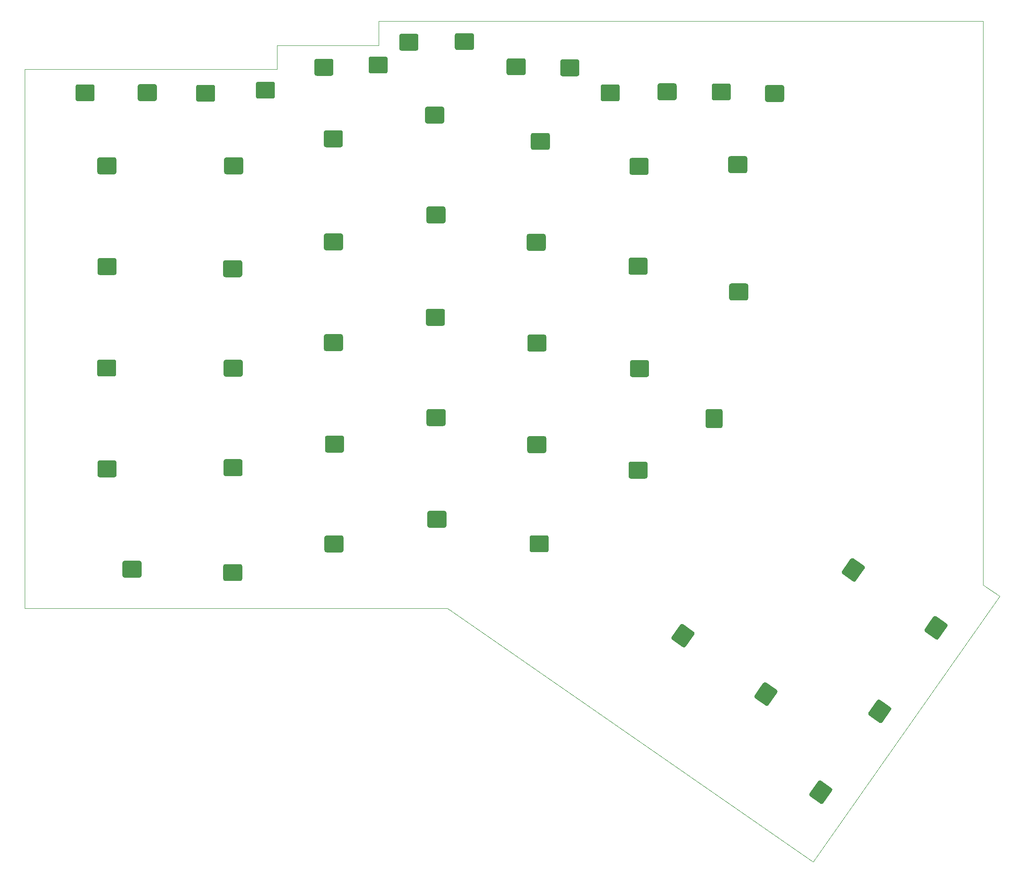
<source format=gbr>
%TF.GenerationSoftware,KiCad,Pcbnew,9.0.1*%
%TF.CreationDate,2025-07-25T21:26:32-04:00*%
%TF.ProjectId,splitboard left,73706c69-7462-46f6-9172-64206c656674,rev?*%
%TF.SameCoordinates,Original*%
%TF.FileFunction,Profile,NP*%
%FSLAX46Y46*%
G04 Gerber Fmt 4.6, Leading zero omitted, Abs format (unit mm)*
G04 Created by KiCad (PCBNEW 9.0.1) date 2025-07-25 21:26:32*
%MOMM*%
%LPD*%
G01*
G04 APERTURE LIST*
%TA.AperFunction,Profile*%
%ADD10C,0.050000*%
%TD*%
%TA.AperFunction,Profile*%
%ADD11C,0.000000*%
%TD*%
G04 APERTURE END LIST*
D10*
X100770000Y-21850000D02*
X123040000Y-21850000D01*
X81650000Y-26460000D02*
X100770000Y-26460000D01*
X34130000Y-132460000D02*
X113780000Y-132460000D01*
X123040000Y-21850000D02*
X214600000Y-21850000D01*
X182630000Y-180170000D02*
X217710000Y-130170000D01*
X35363000Y-30900000D02*
X34130000Y-30900000D01*
X217710000Y-130170000D02*
X214600000Y-127990000D01*
X35363000Y-30900000D02*
X81650000Y-30900000D01*
X214600000Y-21850000D02*
X214600000Y-127990000D01*
X34130000Y-30900000D02*
X34130000Y-132460000D01*
X100770000Y-26460000D02*
X100770000Y-21850000D01*
X113780000Y-132460000D02*
X182630000Y-180170000D01*
X81650000Y-30900000D02*
X81650000Y-26460000D01*
D11*
%TA.AperFunction,Profile*%
%TO.C,L50*%
G36*
X153700000Y-33560000D02*
G01*
X156500000Y-33560000D01*
X156506500Y-33560000D01*
G75*
G02*
X156900000Y-33959500I-6800J-400300D01*
G01*
X156900000Y-33960000D01*
X156900000Y-36360000D01*
G75*
G02*
X156500000Y-36760000I-400000J0D01*
G01*
X153700000Y-36760000D01*
G75*
G02*
X153300000Y-36360000I0J400000D01*
G01*
X153300000Y-33959500D01*
G75*
G02*
X153700000Y-33559500I400000J0D01*
G01*
X153700000Y-33560000D01*
G37*
%TD.AperFunction*%
%TA.AperFunction,Profile*%
%TO.C,L42*%
G36*
X78080000Y-33250000D02*
G01*
X80880000Y-33250000D01*
X80886500Y-33250000D01*
G75*
G02*
X81280000Y-33649500I-6800J-400300D01*
G01*
X81280000Y-33650000D01*
X81280000Y-36050000D01*
G75*
G02*
X80880000Y-36450000I-400000J0D01*
G01*
X78080000Y-36450000D01*
G75*
G02*
X77680000Y-36050000I0J400000D01*
G01*
X77680000Y-33649500D01*
G75*
G02*
X78080000Y-33249500I400000J0D01*
G01*
X78080000Y-33250000D01*
G37*
%TD.AperFunction*%
%TA.AperFunction,Profile*%
%TO.C,L52*%
G36*
X173940000Y-33870000D02*
G01*
X176740000Y-33870000D01*
X176746500Y-33870000D01*
G75*
G02*
X177140000Y-34269500I-6800J-400300D01*
G01*
X177140000Y-34270000D01*
X177140000Y-36670000D01*
G75*
G02*
X176740000Y-37070000I-400000J0D01*
G01*
X173940000Y-37070000D01*
G75*
G02*
X173540000Y-36670000I0J400000D01*
G01*
X173540000Y-34269500D01*
G75*
G02*
X173940000Y-33869500I400000J0D01*
G01*
X173940000Y-33870000D01*
G37*
%TD.AperFunction*%
%TA.AperFunction,Profile*%
%TO.C,L40*%
G36*
X55840000Y-33720000D02*
G01*
X58640000Y-33720000D01*
X58646500Y-33720000D01*
G75*
G02*
X59040000Y-34119500I-6800J-400300D01*
G01*
X59040000Y-34120000D01*
X59040000Y-36520000D01*
G75*
G02*
X58640000Y-36920000I-400000J0D01*
G01*
X55840000Y-36920000D01*
G75*
G02*
X55440000Y-36520000I0J400000D01*
G01*
X55440000Y-34119500D01*
G75*
G02*
X55840000Y-33719500I400000J0D01*
G01*
X55840000Y-33720000D01*
G37*
%TD.AperFunction*%
%TA.AperFunction,Profile*%
%TO.C,L39*%
G36*
X44130000Y-33750250D02*
G01*
X46930000Y-33750250D01*
X46936500Y-33750250D01*
G75*
G02*
X47330000Y-34149750I-6800J-400250D01*
G01*
X47330000Y-34150250D01*
X47330000Y-36550250D01*
G75*
G02*
X46930000Y-36950250I-400000J-50D01*
G01*
X44130000Y-36950250D01*
G75*
G02*
X43730000Y-36550250I0J399950D01*
G01*
X43730000Y-34149750D01*
G75*
G02*
X44130000Y-33749750I400000J50D01*
G01*
X44130000Y-33750250D01*
G37*
%TD.AperFunction*%
%TA.AperFunction,Profile*%
%TO.C,L43*%
G36*
X89090000Y-28940000D02*
G01*
X91890000Y-28940000D01*
X91896500Y-28940000D01*
G75*
G02*
X92290000Y-29339500I-6800J-400300D01*
G01*
X92290000Y-29340000D01*
X92290000Y-31740000D01*
G75*
G02*
X91890000Y-32140000I-400000J0D01*
G01*
X89090000Y-32140000D01*
G75*
G02*
X88690000Y-31740000I0J400000D01*
G01*
X88690000Y-29339500D01*
G75*
G02*
X89090000Y-28939500I400000J0D01*
G01*
X89090000Y-28940000D01*
G37*
%TD.AperFunction*%
%TA.AperFunction,Profile*%
%TO.C,L49*%
G36*
X143000000Y-33750250D02*
G01*
X145800000Y-33750250D01*
X145806500Y-33750250D01*
G75*
G02*
X146200000Y-34149750I-6800J-400250D01*
G01*
X146200000Y-34150250D01*
X146200000Y-36550250D01*
G75*
G02*
X145800000Y-36950250I-400000J-50D01*
G01*
X143000000Y-36950250D01*
G75*
G02*
X142600000Y-36550250I0J399950D01*
G01*
X142600000Y-34149750D01*
G75*
G02*
X143000000Y-33749750I400000J50D01*
G01*
X143000000Y-33750250D01*
G37*
%TD.AperFunction*%
%TA.AperFunction,Profile*%
%TO.C,L53*%
G36*
X163900000Y-33580000D02*
G01*
X166700000Y-33580000D01*
X166706500Y-33580000D01*
G75*
G02*
X167100000Y-33979500I-6800J-400300D01*
G01*
X167100000Y-33980000D01*
X167100000Y-36380000D01*
G75*
G02*
X166700000Y-36780000I-400000J0D01*
G01*
X163900000Y-36780000D01*
G75*
G02*
X163500000Y-36380000I0J400000D01*
G01*
X163500000Y-33979500D01*
G75*
G02*
X163900000Y-33579500I400000J0D01*
G01*
X163900000Y-33580000D01*
G37*
%TD.AperFunction*%
%TA.AperFunction,Profile*%
%TO.C,L48*%
G36*
X135380000Y-29030000D02*
G01*
X138180000Y-29030000D01*
X138186500Y-29030000D01*
G75*
G02*
X138580000Y-29429500I-6800J-400300D01*
G01*
X138580000Y-29430000D01*
X138580000Y-31830000D01*
G75*
G02*
X138180000Y-32230000I-400000J0D01*
G01*
X135380000Y-32230000D01*
G75*
G02*
X134980000Y-31830000I0J400000D01*
G01*
X134980000Y-29429500D01*
G75*
G02*
X135380000Y-29029500I400000J0D01*
G01*
X135380000Y-29030000D01*
G37*
%TD.AperFunction*%
%TA.AperFunction,Profile*%
%TO.C,L41*%
G36*
X66820000Y-33830000D02*
G01*
X69620000Y-33830000D01*
X69626500Y-33830000D01*
G75*
G02*
X70020000Y-34229500I-6800J-400300D01*
G01*
X70020000Y-34230000D01*
X70020000Y-36630000D01*
G75*
G02*
X69620000Y-37030000I-400000J0D01*
G01*
X66820000Y-37030000D01*
G75*
G02*
X66420000Y-36630000I0J400000D01*
G01*
X66420000Y-34229500D01*
G75*
G02*
X66820000Y-33829500I400000J0D01*
G01*
X66820000Y-33830000D01*
G37*
%TD.AperFunction*%
%TA.AperFunction,Profile*%
%TO.C,L46*%
G36*
X115540000Y-24100000D02*
G01*
X118340000Y-24100000D01*
X118346500Y-24100000D01*
G75*
G02*
X118740000Y-24499500I-6800J-400300D01*
G01*
X118740000Y-24500000D01*
X118740000Y-26900000D01*
G75*
G02*
X118340000Y-27300000I-400000J0D01*
G01*
X115540000Y-27300000D01*
G75*
G02*
X115140000Y-26900000I0J400000D01*
G01*
X115140000Y-24499500D01*
G75*
G02*
X115540000Y-24099500I400000J0D01*
G01*
X115540000Y-24100000D01*
G37*
%TD.AperFunction*%
%TA.AperFunction,Profile*%
%TO.C,L44*%
G36*
X99300000Y-28510000D02*
G01*
X102100000Y-28510000D01*
X102106500Y-28510000D01*
G75*
G02*
X102500000Y-28909500I-6800J-400300D01*
G01*
X102500000Y-28910000D01*
X102500000Y-31310000D01*
G75*
G02*
X102100000Y-31710000I-400000J0D01*
G01*
X99300000Y-31710000D01*
G75*
G02*
X98900000Y-31310000I0J400000D01*
G01*
X98900000Y-28909500D01*
G75*
G02*
X99300000Y-28509500I400000J0D01*
G01*
X99300000Y-28510000D01*
G37*
%TD.AperFunction*%
%TA.AperFunction,Profile*%
%TO.C,L47*%
G36*
X125290000Y-28840250D02*
G01*
X128090000Y-28840250D01*
X128096500Y-28840250D01*
G75*
G02*
X128490000Y-29239750I-6800J-400250D01*
G01*
X128490000Y-29240250D01*
X128490000Y-31640250D01*
G75*
G02*
X128090000Y-32040250I-400000J-50D01*
G01*
X125290000Y-32040250D01*
G75*
G02*
X124890000Y-31640250I0J399950D01*
G01*
X124890000Y-29239750D01*
G75*
G02*
X125290000Y-28839750I400000J50D01*
G01*
X125290000Y-28840250D01*
G37*
%TD.AperFunction*%
%TA.AperFunction,Profile*%
%TO.C,L45*%
G36*
X105090000Y-24220000D02*
G01*
X107890000Y-24220000D01*
X107896500Y-24220000D01*
G75*
G02*
X108290000Y-24619500I-6800J-400300D01*
G01*
X108290000Y-24620000D01*
X108290000Y-27020000D01*
G75*
G02*
X107890000Y-27420000I-400000J0D01*
G01*
X105090000Y-27420000D01*
G75*
G02*
X104690000Y-27020000I0J400000D01*
G01*
X104690000Y-24619500D01*
G75*
G02*
X105090000Y-24219500I400000J0D01*
G01*
X105090000Y-24220000D01*
G37*
%TD.AperFunction*%
%TA.AperFunction,Profile*%
%TO.C,L24*%
G36*
X113012500Y-94898750D02*
G01*
X113012500Y-94898750D01*
G75*
G02*
X113412500Y-95298750I0J-399950D01*
G01*
X113412500Y-97698750D01*
X113412500Y-97699250D01*
G75*
G02*
X113019000Y-98098750I-400300J750D01*
G01*
X113012500Y-98098750D01*
X110212500Y-98098750D01*
X110212500Y-98099250D01*
G75*
G02*
X109812500Y-97699250I0J399950D01*
G01*
X109812500Y-95298750D01*
G75*
G02*
X110212500Y-94898750I400000J50D01*
G01*
X113012500Y-94898750D01*
G37*
%TD.AperFunction*%
%TA.AperFunction,Profile*%
%TO.C,L3*%
G36*
X93662500Y-42398750D02*
G01*
X93662500Y-42398750D01*
G75*
G02*
X94062500Y-42798750I0J-399950D01*
G01*
X94062500Y-45198750D01*
X94062500Y-45199250D01*
G75*
G02*
X93669000Y-45598750I-400300J750D01*
G01*
X93662500Y-45598750D01*
X90862500Y-45598750D01*
X90862500Y-45599250D01*
G75*
G02*
X90462500Y-45199250I0J399950D01*
G01*
X90462500Y-42798750D01*
G75*
G02*
X90862500Y-42398750I400000J50D01*
G01*
X93662500Y-42398750D01*
G37*
%TD.AperFunction*%
%TA.AperFunction,Profile*%
%TO.C,L23*%
G36*
X131972500Y-99998750D02*
G01*
X131972500Y-99998750D01*
G75*
G02*
X132372500Y-100398750I0J-399950D01*
G01*
X132372500Y-102798750D01*
X132372500Y-102799250D01*
G75*
G02*
X131979000Y-103198750I-400300J750D01*
G01*
X131972500Y-103198750D01*
X129172500Y-103198750D01*
X129172500Y-103199250D01*
G75*
G02*
X128772500Y-102799250I0J399950D01*
G01*
X128772500Y-100398750D01*
G75*
G02*
X129172500Y-99998750I400000J50D01*
G01*
X131972500Y-99998750D01*
G37*
%TD.AperFunction*%
%TA.AperFunction,Profile*%
%TO.C,L17*%
G36*
X93687500Y-80798750D02*
G01*
X93687500Y-80798750D01*
G75*
G02*
X94087500Y-81198750I0J-399950D01*
G01*
X94087500Y-83598750D01*
X94087500Y-83599250D01*
G75*
G02*
X93694000Y-83998750I-400300J750D01*
G01*
X93687500Y-83998750D01*
X90887500Y-83998750D01*
X90887500Y-83999250D01*
G75*
G02*
X90487500Y-83599250I0J399950D01*
G01*
X90487500Y-81198750D01*
G75*
G02*
X90887500Y-80798750I400000J50D01*
G01*
X93687500Y-80798750D01*
G37*
%TD.AperFunction*%
%TA.AperFunction,Profile*%
%TO.C,L29*%
G36*
X74730000Y-124095000D02*
G01*
X74730000Y-124095000D01*
G75*
G02*
X75130000Y-124495000I0J-400000D01*
G01*
X75130000Y-126895000D01*
X75130000Y-126895500D01*
G75*
G02*
X74736500Y-127295000I-400300J800D01*
G01*
X74730000Y-127295000D01*
X71930000Y-127295000D01*
X71930000Y-127295500D01*
G75*
G02*
X71530000Y-126895500I0J400000D01*
G01*
X71530000Y-124495000D01*
G75*
G02*
X71930000Y-124095000I400000J0D01*
G01*
X74730000Y-124095000D01*
G37*
%TD.AperFunction*%
%TA.AperFunction,Profile*%
%TO.C,L27*%
G36*
X51062500Y-104548750D02*
G01*
X51062500Y-104548750D01*
G75*
G02*
X51462500Y-104948750I0J-399950D01*
G01*
X51462500Y-107348750D01*
X51462500Y-107349250D01*
G75*
G02*
X51069000Y-107748750I-400300J750D01*
G01*
X51062500Y-107748750D01*
X48262500Y-107748750D01*
X48262500Y-107749250D01*
G75*
G02*
X47862500Y-107349250I0J399950D01*
G01*
X47862500Y-104948750D01*
G75*
G02*
X48262500Y-104548750I400000J50D01*
G01*
X51062500Y-104548750D01*
G37*
%TD.AperFunction*%
%TA.AperFunction,Profile*%
%TO.C,L38*%
G36*
X189654864Y-123134215D02*
G01*
X189654864Y-123134215D01*
G75*
G02*
X190211955Y-123035985I327636J-229385D01*
G01*
X192177920Y-124412568D01*
X192178330Y-124412855D01*
G75*
G02*
X192279879Y-124964335I-230230J-327445D01*
G01*
X192276150Y-124969659D01*
X190670136Y-127263285D01*
X190670546Y-127263572D01*
G75*
G02*
X190113454Y-127361802I-327646J229472D01*
G01*
X188147080Y-125984932D01*
G75*
G02*
X188048850Y-125427841I229420J327632D01*
G01*
X189654864Y-123134215D01*
G37*
%TD.AperFunction*%
%TA.AperFunction,Profile*%
%TO.C,L33*%
G36*
X157579864Y-135509215D02*
G01*
X157579864Y-135509215D01*
G75*
G02*
X158136955Y-135410985I327636J-229385D01*
G01*
X160102920Y-136787568D01*
X160103330Y-136787855D01*
G75*
G02*
X160204879Y-137339335I-230230J-327445D01*
G01*
X160201150Y-137344659D01*
X158595136Y-139638285D01*
X158595546Y-139638572D01*
G75*
G02*
X158038454Y-139736802I-327646J229472D01*
G01*
X156072080Y-138359932D01*
G75*
G02*
X155973850Y-137802841I229420J327632D01*
G01*
X157579864Y-135509215D01*
G37*
%TD.AperFunction*%
%TA.AperFunction,Profile*%
%TO.C,L36*%
G36*
X194629864Y-149759215D02*
G01*
X194629864Y-149759215D01*
G75*
G02*
X195186955Y-149660985I327636J-229385D01*
G01*
X197152920Y-151037568D01*
X197153330Y-151037855D01*
G75*
G02*
X197254879Y-151589335I-230230J-327445D01*
G01*
X197251150Y-151594659D01*
X195645136Y-153888285D01*
X195645546Y-153888572D01*
G75*
G02*
X195088454Y-153986802I-327646J229472D01*
G01*
X193122080Y-152609932D01*
G75*
G02*
X193023850Y-152052841I229420J327632D01*
G01*
X194629864Y-149759215D01*
G37*
%TD.AperFunction*%
%TA.AperFunction,Profile*%
%TO.C,L11*%
G36*
X112987500Y-56748750D02*
G01*
X112987500Y-56748750D01*
G75*
G02*
X113387500Y-57148750I0J-399950D01*
G01*
X113387500Y-59548750D01*
X113387500Y-59549250D01*
G75*
G02*
X112994000Y-59948750I-400300J750D01*
G01*
X112987500Y-59948750D01*
X110187500Y-59948750D01*
X110187500Y-59949250D01*
G75*
G02*
X109787500Y-59549250I0J399950D01*
G01*
X109787500Y-57148750D01*
G75*
G02*
X110187500Y-56748750I400000J50D01*
G01*
X112987500Y-56748750D01*
G37*
%TD.AperFunction*%
%TA.AperFunction,Profile*%
%TO.C,L5*%
G36*
X132637500Y-42898750D02*
G01*
X132637500Y-42898750D01*
G75*
G02*
X133037500Y-43298750I0J-399950D01*
G01*
X133037500Y-45698750D01*
X133037500Y-45699250D01*
G75*
G02*
X132644000Y-46098750I-400300J750D01*
G01*
X132637500Y-46098750D01*
X129837500Y-46098750D01*
X129837500Y-46099250D01*
G75*
G02*
X129437500Y-45699250I0J399950D01*
G01*
X129437500Y-43298750D01*
G75*
G02*
X129837500Y-42898750I400000J50D01*
G01*
X132637500Y-42898750D01*
G37*
%TD.AperFunction*%
%TA.AperFunction,Profile*%
%TO.C,L32*%
G36*
X132412500Y-118673750D02*
G01*
X132412500Y-118673750D01*
G75*
G02*
X132812500Y-119073750I0J-399950D01*
G01*
X132812500Y-121473750D01*
X132812500Y-121474250D01*
G75*
G02*
X132419000Y-121873750I-400300J750D01*
G01*
X132412500Y-121873750D01*
X129612500Y-121873750D01*
X129612500Y-121874250D01*
G75*
G02*
X129212500Y-121474250I0J399950D01*
G01*
X129212500Y-119073750D01*
G75*
G02*
X129612500Y-118673750I400000J50D01*
G01*
X132412500Y-118673750D01*
G37*
%TD.AperFunction*%
%TA.AperFunction,Profile*%
%TO.C,L2*%
G36*
X74912500Y-47498750D02*
G01*
X74912500Y-47498750D01*
G75*
G02*
X75312500Y-47898750I0J-399950D01*
G01*
X75312500Y-50298750D01*
X75312500Y-50299250D01*
G75*
G02*
X74919000Y-50698750I-400300J750D01*
G01*
X74912500Y-50698750D01*
X72112500Y-50698750D01*
X72112500Y-50699250D01*
G75*
G02*
X71712500Y-50299250I0J399950D01*
G01*
X71712500Y-47898750D01*
G75*
G02*
X72112500Y-47498750I400000J50D01*
G01*
X74912500Y-47498750D01*
G37*
%TD.AperFunction*%
%TA.AperFunction,Profile*%
%TO.C,L28*%
G36*
X55762500Y-123448750D02*
G01*
X55762500Y-123448750D01*
G75*
G02*
X56162500Y-123848750I0J-399950D01*
G01*
X56162500Y-126248750D01*
X56162500Y-126249250D01*
G75*
G02*
X55769000Y-126648750I-400300J750D01*
G01*
X55762500Y-126648750D01*
X52962500Y-126648750D01*
X52962500Y-126649250D01*
G75*
G02*
X52562500Y-126249250I0J399950D01*
G01*
X52562500Y-123848750D01*
G75*
G02*
X52962500Y-123448750I400000J50D01*
G01*
X55762500Y-123448750D01*
G37*
%TD.AperFunction*%
%TA.AperFunction,Profile*%
%TO.C,L15*%
G36*
X50987500Y-85573750D02*
G01*
X50987500Y-85573750D01*
G75*
G02*
X51387500Y-85973750I0J-399950D01*
G01*
X51387500Y-88373750D01*
X51387500Y-88374250D01*
G75*
G02*
X50994000Y-88773750I-400300J750D01*
G01*
X50987500Y-88773750D01*
X48187500Y-88773750D01*
X48187500Y-88774250D01*
G75*
G02*
X47787500Y-88374250I0J399950D01*
G01*
X47787500Y-85973750D01*
G75*
G02*
X48187500Y-85573750I400000J50D01*
G01*
X50987500Y-85573750D01*
G37*
%TD.AperFunction*%
%TA.AperFunction,Profile*%
%TO.C,L4*%
G36*
X112737500Y-37948750D02*
G01*
X112737500Y-37948750D01*
G75*
G02*
X113137500Y-38348750I0J-399950D01*
G01*
X113137500Y-40748750D01*
X113137500Y-40749250D01*
G75*
G02*
X112744000Y-41148750I-400300J750D01*
G01*
X112737500Y-41148750D01*
X109937500Y-41148750D01*
X109937500Y-41149250D01*
G75*
G02*
X109537500Y-40749250I0J399950D01*
G01*
X109537500Y-38348750D01*
G75*
G02*
X109937500Y-37948750I400000J50D01*
G01*
X112737500Y-37948750D01*
G37*
%TD.AperFunction*%
%TA.AperFunction,Profile*%
%TO.C,L12*%
G36*
X93687500Y-61823750D02*
G01*
X93687500Y-61823750D01*
G75*
G02*
X94087500Y-62223750I0J-399950D01*
G01*
X94087500Y-64623750D01*
X94087500Y-64624250D01*
G75*
G02*
X93694000Y-65023750I-400300J750D01*
G01*
X93687500Y-65023750D01*
X90887500Y-65023750D01*
X90887500Y-65024250D01*
G75*
G02*
X90487500Y-64624250I0J399950D01*
G01*
X90487500Y-62223750D01*
G75*
G02*
X90887500Y-61823750I400000J50D01*
G01*
X93687500Y-61823750D01*
G37*
%TD.AperFunction*%
%TA.AperFunction,Profile*%
%TO.C,L16*%
G36*
X74812500Y-85623750D02*
G01*
X74812500Y-85623750D01*
G75*
G02*
X75212500Y-86023750I0J-399950D01*
G01*
X75212500Y-88423750D01*
X75212500Y-88424250D01*
G75*
G02*
X74819000Y-88823750I-400300J750D01*
G01*
X74812500Y-88823750D01*
X72012500Y-88823750D01*
X72012500Y-88824250D01*
G75*
G02*
X71612500Y-88424250I0J399950D01*
G01*
X71612500Y-86023750D01*
G75*
G02*
X72012500Y-85623750I400000J50D01*
G01*
X74812500Y-85623750D01*
G37*
%TD.AperFunction*%
%TA.AperFunction,Profile*%
%TO.C,L7*%
G36*
X169812500Y-47273750D02*
G01*
X169812500Y-47273750D01*
G75*
G02*
X170212500Y-47673750I0J-399950D01*
G01*
X170212500Y-50073750D01*
X170212500Y-50074250D01*
G75*
G02*
X169819000Y-50473750I-400300J750D01*
G01*
X169812500Y-50473750D01*
X167012500Y-50473750D01*
X167012500Y-50474250D01*
G75*
G02*
X166612500Y-50074250I0J399950D01*
G01*
X166612500Y-47673750D01*
G75*
G02*
X167012500Y-47273750I400000J50D01*
G01*
X169812500Y-47273750D01*
G37*
%TD.AperFunction*%
%TA.AperFunction,Profile*%
%TO.C,L8*%
G36*
X169987500Y-71248750D02*
G01*
X169987500Y-71248750D01*
G75*
G02*
X170387500Y-71648750I0J-399950D01*
G01*
X170387500Y-74048750D01*
X170387500Y-74049250D01*
G75*
G02*
X169994000Y-74448750I-400300J750D01*
G01*
X169987500Y-74448750D01*
X167187500Y-74448750D01*
X167187500Y-74449250D01*
G75*
G02*
X166787500Y-74049250I0J399950D01*
G01*
X166787500Y-71648750D01*
G75*
G02*
X167187500Y-71248750I400000J50D01*
G01*
X169987500Y-71248750D01*
G37*
%TD.AperFunction*%
%TA.AperFunction,Profile*%
%TO.C,L19*%
G36*
X131987500Y-80873750D02*
G01*
X131987500Y-80873750D01*
G75*
G02*
X132387500Y-81273750I0J-399950D01*
G01*
X132387500Y-83673750D01*
X132387500Y-83674250D01*
G75*
G02*
X131994000Y-84073750I-400300J750D01*
G01*
X131987500Y-84073750D01*
X129187500Y-84073750D01*
X129187500Y-84074250D01*
G75*
G02*
X128787500Y-83674250I0J399950D01*
G01*
X128787500Y-81273750D01*
G75*
G02*
X129187500Y-80873750I400000J50D01*
G01*
X131987500Y-80873750D01*
G37*
%TD.AperFunction*%
%TA.AperFunction,Profile*%
%TO.C,L18*%
G36*
X112887500Y-76023750D02*
G01*
X112887500Y-76023750D01*
G75*
G02*
X113287500Y-76423750I0J-399950D01*
G01*
X113287500Y-78823750D01*
X113287500Y-78824250D01*
G75*
G02*
X112894000Y-79223750I-400300J750D01*
G01*
X112887500Y-79223750D01*
X110087500Y-79223750D01*
X110087500Y-79224250D01*
G75*
G02*
X109687500Y-78824250I0J399950D01*
G01*
X109687500Y-76423750D01*
G75*
G02*
X110087500Y-76023750I400000J50D01*
G01*
X112887500Y-76023750D01*
G37*
%TD.AperFunction*%
%TA.AperFunction,Profile*%
%TO.C,L14*%
G36*
X51062500Y-66473750D02*
G01*
X51062500Y-66473750D01*
G75*
G02*
X51462500Y-66873750I0J-399950D01*
G01*
X51462500Y-69273750D01*
X51462500Y-69274250D01*
G75*
G02*
X51069000Y-69673750I-400300J750D01*
G01*
X51062500Y-69673750D01*
X48262500Y-69673750D01*
X48262500Y-69674250D01*
G75*
G02*
X47862500Y-69274250I0J399950D01*
G01*
X47862500Y-66873750D01*
G75*
G02*
X48262500Y-66473750I400000J50D01*
G01*
X51062500Y-66473750D01*
G37*
%TD.AperFunction*%
%TA.AperFunction,Profile*%
%TO.C,L9*%
G36*
X151037500Y-66398750D02*
G01*
X151037500Y-66398750D01*
G75*
G02*
X151437500Y-66798750I0J-399950D01*
G01*
X151437500Y-69198750D01*
X151437500Y-69199250D01*
G75*
G02*
X151044000Y-69598750I-400300J750D01*
G01*
X151037500Y-69598750D01*
X148237500Y-69598750D01*
X148237500Y-69599250D01*
G75*
G02*
X147837500Y-69199250I0J399950D01*
G01*
X147837500Y-66798750D01*
G75*
G02*
X148237500Y-66398750I400000J50D01*
G01*
X151037500Y-66398750D01*
G37*
%TD.AperFunction*%
%TA.AperFunction,Profile*%
%TO.C,L20*%
G36*
X151312500Y-85673750D02*
G01*
X151312500Y-85673750D01*
G75*
G02*
X151712500Y-86073750I0J-399950D01*
G01*
X151712500Y-88473750D01*
X151712500Y-88474250D01*
G75*
G02*
X151319000Y-88873750I-400300J750D01*
G01*
X151312500Y-88873750D01*
X148512500Y-88873750D01*
X148512500Y-88874250D01*
G75*
G02*
X148112500Y-88474250I0J399950D01*
G01*
X148112500Y-86073750D01*
G75*
G02*
X148512500Y-85673750I400000J50D01*
G01*
X151312500Y-85673750D01*
G37*
%TD.AperFunction*%
%TA.AperFunction,Profile*%
%TO.C,L25*%
G36*
X93887500Y-99898750D02*
G01*
X93887500Y-99898750D01*
G75*
G02*
X94287500Y-100298750I0J-399950D01*
G01*
X94287500Y-102698750D01*
X94287500Y-102699250D01*
G75*
G02*
X93894000Y-103098750I-400300J750D01*
G01*
X93887500Y-103098750D01*
X91087500Y-103098750D01*
X91087500Y-103099250D01*
G75*
G02*
X90687500Y-102699250I0J399950D01*
G01*
X90687500Y-100298750D01*
G75*
G02*
X91087500Y-99898750I400000J50D01*
G01*
X93887500Y-99898750D01*
G37*
%TD.AperFunction*%
%TA.AperFunction,Profile*%
%TO.C,L21*%
G36*
X165162500Y-94898750D02*
G01*
X165162500Y-94898750D01*
G75*
G02*
X165562500Y-95298750I0J-399950D01*
G01*
X165562500Y-98098750D01*
G75*
G02*
X165162500Y-98498750I-400000J-50D01*
G01*
X162762500Y-98498750D01*
X162762000Y-98498750D01*
G75*
G02*
X162362500Y-98105250I800J400350D01*
G01*
X162362500Y-98098750D01*
X162362500Y-95298750D01*
X162362000Y-95298750D01*
G75*
G02*
X162762000Y-94898750I400000J50D01*
G01*
X165162500Y-94898750D01*
G37*
%TD.AperFunction*%
%TA.AperFunction,Profile*%
%TO.C,L22*%
G36*
X151037500Y-104798750D02*
G01*
X151037500Y-104798750D01*
G75*
G02*
X151437500Y-105198750I0J-399950D01*
G01*
X151437500Y-107598750D01*
X151437500Y-107599250D01*
G75*
G02*
X151044000Y-107998750I-400300J750D01*
G01*
X151037500Y-107998750D01*
X148237500Y-107998750D01*
X148237500Y-107999250D01*
G75*
G02*
X147837500Y-107599250I0J399950D01*
G01*
X147837500Y-105198750D01*
G75*
G02*
X148237500Y-104798750I400000J50D01*
G01*
X151037500Y-104798750D01*
G37*
%TD.AperFunction*%
%TA.AperFunction,Profile*%
%TO.C,L26*%
G36*
X74787500Y-104348750D02*
G01*
X74787500Y-104348750D01*
G75*
G02*
X75187500Y-104748750I0J-399950D01*
G01*
X75187500Y-107148750D01*
X75187500Y-107149250D01*
G75*
G02*
X74794000Y-107548750I-400300J750D01*
G01*
X74787500Y-107548750D01*
X71987500Y-107548750D01*
X71987500Y-107549250D01*
G75*
G02*
X71587500Y-107149250I0J399950D01*
G01*
X71587500Y-104748750D01*
G75*
G02*
X71987500Y-104348750I400000J50D01*
G01*
X74787500Y-104348750D01*
G37*
%TD.AperFunction*%
%TA.AperFunction,Profile*%
%TO.C,L37*%
G36*
X205229864Y-134034215D02*
G01*
X205229864Y-134034215D01*
G75*
G02*
X205786955Y-133935985I327636J-229385D01*
G01*
X207752920Y-135312568D01*
X207753330Y-135312855D01*
G75*
G02*
X207854879Y-135864335I-230230J-327445D01*
G01*
X207851150Y-135869659D01*
X206245136Y-138163285D01*
X206245546Y-138163572D01*
G75*
G02*
X205688454Y-138261802I-327646J229472D01*
G01*
X203722080Y-136884932D01*
G75*
G02*
X203623850Y-136327841I229420J327632D01*
G01*
X205229864Y-134034215D01*
G37*
%TD.AperFunction*%
%TA.AperFunction,Profile*%
%TO.C,L31*%
G36*
X113162500Y-114048750D02*
G01*
X113162500Y-114048750D01*
G75*
G02*
X113562500Y-114448750I0J-399950D01*
G01*
X113562500Y-116848750D01*
X113562500Y-116849250D01*
G75*
G02*
X113169000Y-117248750I-400300J750D01*
G01*
X113162500Y-117248750D01*
X110362500Y-117248750D01*
X110362500Y-117249250D01*
G75*
G02*
X109962500Y-116849250I0J399950D01*
G01*
X109962500Y-114448750D01*
G75*
G02*
X110362500Y-114048750I400000J50D01*
G01*
X113162500Y-114048750D01*
G37*
%TD.AperFunction*%
%TA.AperFunction,Profile*%
%TO.C,L6*%
G36*
X151237500Y-47598750D02*
G01*
X151237500Y-47598750D01*
G75*
G02*
X151637500Y-47998750I0J-399950D01*
G01*
X151637500Y-50398750D01*
X151637500Y-50399250D01*
G75*
G02*
X151244000Y-50798750I-400300J750D01*
G01*
X151237500Y-50798750D01*
X148437500Y-50798750D01*
X148437500Y-50799250D01*
G75*
G02*
X148037500Y-50399250I0J399950D01*
G01*
X148037500Y-47998750D01*
G75*
G02*
X148437500Y-47598750I400000J50D01*
G01*
X151237500Y-47598750D01*
G37*
%TD.AperFunction*%
%TA.AperFunction,Profile*%
%TO.C,L1*%
G36*
X51037500Y-47498750D02*
G01*
X51037500Y-47498750D01*
G75*
G02*
X51437500Y-47898750I0J-399950D01*
G01*
X51437500Y-50298750D01*
X51437500Y-50299250D01*
G75*
G02*
X51044000Y-50698750I-400300J750D01*
G01*
X51037500Y-50698750D01*
X48237500Y-50698750D01*
X48237500Y-50699250D01*
G75*
G02*
X47837500Y-50299250I0J399950D01*
G01*
X47837500Y-47898750D01*
G75*
G02*
X48237500Y-47498750I400000J50D01*
G01*
X51037500Y-47498750D01*
G37*
%TD.AperFunction*%
%TA.AperFunction,Profile*%
%TO.C,L35*%
G36*
X183529864Y-164984215D02*
G01*
X183529864Y-164984215D01*
G75*
G02*
X184086955Y-164885985I327636J-229385D01*
G01*
X186052920Y-166262568D01*
X186053330Y-166262855D01*
G75*
G02*
X186154879Y-166814335I-230230J-327445D01*
G01*
X186151150Y-166819659D01*
X184545136Y-169113285D01*
X184545546Y-169113572D01*
G75*
G02*
X183988454Y-169211802I-327646J229472D01*
G01*
X182022080Y-167834932D01*
G75*
G02*
X181923850Y-167277841I229420J327632D01*
G01*
X183529864Y-164984215D01*
G37*
%TD.AperFunction*%
%TA.AperFunction,Profile*%
%TO.C,L30*%
G36*
X93787500Y-118698750D02*
G01*
X93787500Y-118698750D01*
G75*
G02*
X94187500Y-119098750I0J-399950D01*
G01*
X94187500Y-121498750D01*
X94187500Y-121499250D01*
G75*
G02*
X93794000Y-121898750I-400300J750D01*
G01*
X93787500Y-121898750D01*
X90987500Y-121898750D01*
X90987500Y-121899250D01*
G75*
G02*
X90587500Y-121499250I0J399950D01*
G01*
X90587500Y-119098750D01*
G75*
G02*
X90987500Y-118698750I400000J50D01*
G01*
X93787500Y-118698750D01*
G37*
%TD.AperFunction*%
%TA.AperFunction,Profile*%
%TO.C,L10*%
G36*
X131862500Y-61898750D02*
G01*
X131862500Y-61898750D01*
G75*
G02*
X132262500Y-62298750I0J-399950D01*
G01*
X132262500Y-64698750D01*
X132262500Y-64699250D01*
G75*
G02*
X131869000Y-65098750I-400300J750D01*
G01*
X131862500Y-65098750D01*
X129062500Y-65098750D01*
X129062500Y-65099250D01*
G75*
G02*
X128662500Y-64699250I0J399950D01*
G01*
X128662500Y-62298750D01*
G75*
G02*
X129062500Y-61898750I400000J50D01*
G01*
X131862500Y-61898750D01*
G37*
%TD.AperFunction*%
%TA.AperFunction,Profile*%
%TO.C,L34*%
G36*
X173204864Y-146509215D02*
G01*
X173204864Y-146509215D01*
G75*
G02*
X173761955Y-146410985I327636J-229385D01*
G01*
X175727920Y-147787568D01*
X175728330Y-147787855D01*
G75*
G02*
X175829879Y-148339335I-230230J-327445D01*
G01*
X175826150Y-148344659D01*
X174220136Y-150638285D01*
X174220546Y-150638572D01*
G75*
G02*
X173663454Y-150736802I-327646J229472D01*
G01*
X171697080Y-149359932D01*
G75*
G02*
X171598850Y-148802841I229420J327632D01*
G01*
X173204864Y-146509215D01*
G37*
%TD.AperFunction*%
%TA.AperFunction,Profile*%
%TO.C,L13*%
G36*
X74712500Y-66873750D02*
G01*
X74712500Y-66873750D01*
G75*
G02*
X75112500Y-67273750I0J-399950D01*
G01*
X75112500Y-69673750D01*
X75112500Y-69674250D01*
G75*
G02*
X74719000Y-70073750I-400300J750D01*
G01*
X74712500Y-70073750D01*
X71912500Y-70073750D01*
X71912500Y-70074250D01*
G75*
G02*
X71512500Y-69674250I0J399950D01*
G01*
X71512500Y-67273750D01*
G75*
G02*
X71912500Y-66873750I400000J50D01*
G01*
X74712500Y-66873750D01*
G37*
%TD.AperFunction*%
%TD*%
M02*

</source>
